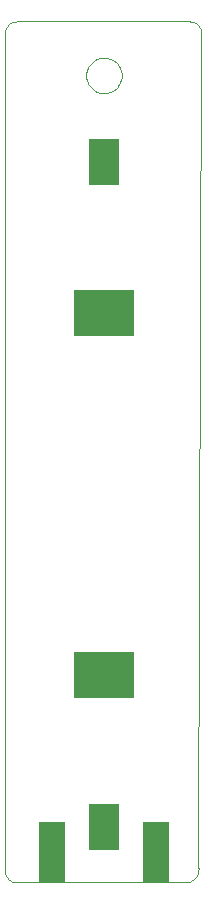
<source format=gbp>
G75*
%MOIN*%
%OFA0B0*%
%FSLAX24Y24*%
%IPPOS*%
%LPD*%
%AMOC8*
5,1,8,0,0,1.08239X$1,22.5*
%
%ADD10C,0.0000*%
%ADD11R,0.0900X0.2000*%
%ADD12R,0.1024X0.1575*%
%ADD13R,0.2000X0.1559*%
D10*
X000950Y004251D02*
X000950Y032151D01*
X000952Y032190D01*
X000958Y032229D01*
X000967Y032267D01*
X000980Y032304D01*
X000997Y032340D01*
X001017Y032373D01*
X001041Y032405D01*
X001067Y032434D01*
X001096Y032460D01*
X001128Y032484D01*
X001161Y032504D01*
X001197Y032521D01*
X001234Y032534D01*
X001272Y032543D01*
X001311Y032549D01*
X001350Y032551D01*
X007100Y032551D01*
X007139Y032549D01*
X007178Y032543D01*
X007216Y032534D01*
X007253Y032521D01*
X007289Y032504D01*
X007322Y032484D01*
X007354Y032460D01*
X007383Y032434D01*
X007409Y032405D01*
X007433Y032373D01*
X007453Y032340D01*
X007470Y032304D01*
X007483Y032267D01*
X007492Y032229D01*
X007498Y032190D01*
X007500Y032151D01*
X007400Y004351D01*
X007403Y004309D01*
X007402Y004267D01*
X007397Y004226D01*
X007388Y004185D01*
X007375Y004145D01*
X007359Y004107D01*
X007339Y004070D01*
X007316Y004035D01*
X007290Y004002D01*
X007261Y003972D01*
X007230Y003945D01*
X007195Y003920D01*
X007159Y003899D01*
X007121Y003882D01*
X007082Y003868D01*
X007041Y003857D01*
X007000Y003851D01*
X001350Y003851D01*
X001311Y003853D01*
X001272Y003859D01*
X001234Y003868D01*
X001197Y003881D01*
X001161Y003898D01*
X001128Y003918D01*
X001096Y003942D01*
X001067Y003968D01*
X001041Y003997D01*
X001017Y004029D01*
X000997Y004062D01*
X000980Y004098D01*
X000967Y004135D01*
X000958Y004173D01*
X000952Y004212D01*
X000950Y004251D01*
X002050Y003851D02*
X006450Y003851D01*
X003659Y030751D02*
X003661Y030799D01*
X003667Y030847D01*
X003677Y030894D01*
X003690Y030940D01*
X003708Y030985D01*
X003728Y031029D01*
X003753Y031071D01*
X003781Y031110D01*
X003811Y031147D01*
X003845Y031181D01*
X003882Y031213D01*
X003920Y031242D01*
X003961Y031267D01*
X004004Y031289D01*
X004049Y031307D01*
X004095Y031321D01*
X004142Y031332D01*
X004190Y031339D01*
X004238Y031342D01*
X004286Y031341D01*
X004334Y031336D01*
X004382Y031327D01*
X004428Y031315D01*
X004473Y031298D01*
X004517Y031278D01*
X004559Y031255D01*
X004599Y031228D01*
X004637Y031198D01*
X004672Y031165D01*
X004704Y031129D01*
X004734Y031091D01*
X004760Y031050D01*
X004782Y031007D01*
X004802Y030963D01*
X004817Y030918D01*
X004829Y030871D01*
X004837Y030823D01*
X004841Y030775D01*
X004841Y030727D01*
X004837Y030679D01*
X004829Y030631D01*
X004817Y030584D01*
X004802Y030539D01*
X004782Y030495D01*
X004760Y030452D01*
X004734Y030411D01*
X004704Y030373D01*
X004672Y030337D01*
X004637Y030304D01*
X004599Y030274D01*
X004559Y030247D01*
X004517Y030224D01*
X004473Y030204D01*
X004428Y030187D01*
X004382Y030175D01*
X004334Y030166D01*
X004286Y030161D01*
X004238Y030160D01*
X004190Y030163D01*
X004142Y030170D01*
X004095Y030181D01*
X004049Y030195D01*
X004004Y030213D01*
X003961Y030235D01*
X003920Y030260D01*
X003882Y030289D01*
X003845Y030321D01*
X003811Y030355D01*
X003781Y030392D01*
X003753Y030431D01*
X003728Y030473D01*
X003708Y030517D01*
X003690Y030562D01*
X003677Y030608D01*
X003667Y030655D01*
X003661Y030703D01*
X003659Y030751D01*
D11*
X002510Y004861D03*
X005990Y004861D03*
D12*
X004250Y005712D03*
X004250Y027877D03*
D13*
X004250Y022838D03*
X004250Y010751D03*
M02*

</source>
